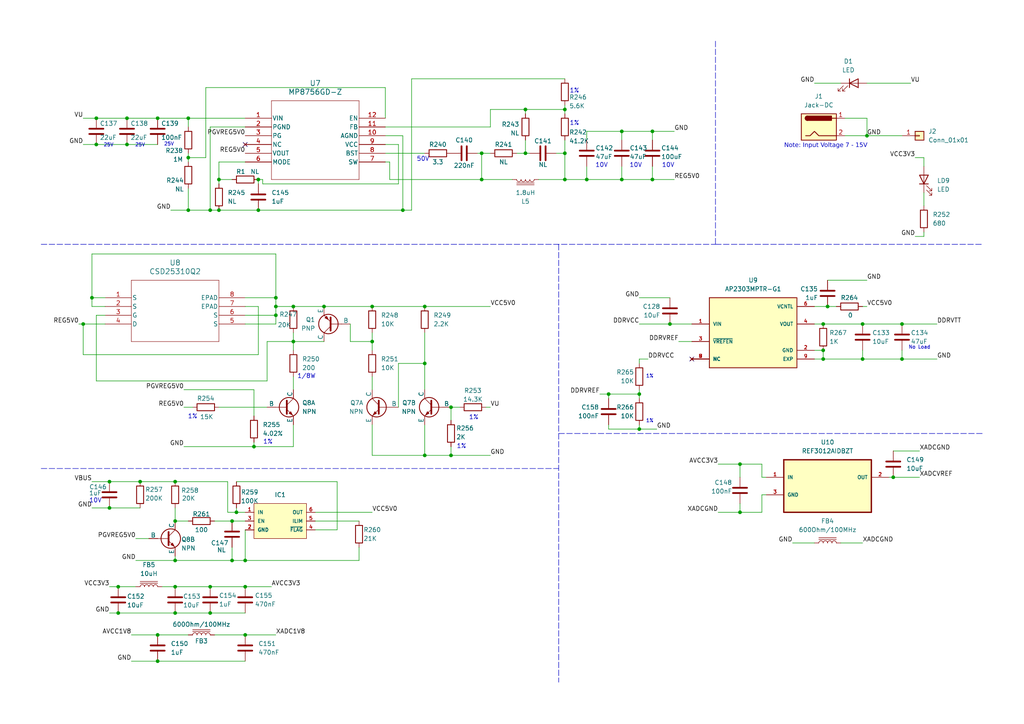
<source format=kicad_sch>
(kicad_sch (version 20231120) (generator "eeschema") (generator_version "8.0")
  (paper "A4")
  (title_block (title "ZYMA_ADC_FPGA") (date "2024-06-28") (rev "V01") (company "SHAKRA INNOVATIONS PVT LIMITED"))
  (lib_symbols
    (symbol "Connector:Jack-DC" (pin_names (offset 1.016))
      (property "Reference" "J" (at 0 5.334 0))
      (property "Value" "Jack-DC" (at 0 -5.08 0))
      (symbol "Jack-DC_0_1"
        (rectangle (start -5.08 3.81) (end 5.08 -3.81) (stroke (width 0.254)) (fill (type background)))
        (arc (start -3.302 3.175) (mid -3.9343 2.54) (end -3.302 1.905) (stroke (width 0.254)))
        (arc (start -3.302 3.175) (mid -3.9343 2.54) (end -3.302 1.905) (stroke (width 0.254)) (fill (type outline)))
        (polyline (pts (xy 5.08 2.54) (xy 3.81 2.54)) (stroke (width 0.254)))
        (polyline (pts (xy -3.81 -2.54) (xy -2.54 -2.54) (xy -1.27 -1.27) (xy 0 -2.54) (xy 2.54 -2.54) (xy 5.08 -2.54)) (stroke (width 0.254)))
        (rectangle (start 3.683 3.175) (end -3.302 1.905) (stroke (width 0.254)) (fill (type outline)))
      )
      (symbol "Jack-DC_1_1"
        (pin passive line (at 7.62 2.54 180) (length 2.54) (name "~") (number "1"))
        (pin passive line (at 7.62 -2.54 180) (length 2.54) (name "~") (number "2"))
      )
    )
    (symbol "Connector_Generic:Conn_01x01" (pin_names (offset 1.016) hide)
      (property "Reference" "J" (at 0 2.54 0))
      (property "Value" "Conn_01x01" (at 0 -2.54 0))
      (symbol "Conn_01x01_1_1"
        (rectangle (start -1.27 0.127) (end 0 -0.127) (stroke (width 0.1524)))
        (rectangle (start -1.27 1.27) (end 1.27 -1.27) (stroke (width 0.254)) (fill (type background)))
        (pin passive line (at -5.08 0 0) (length 3.81) (name "Pin_1") (number "1"))
      )
    )
    (symbol "Device:C" (pin_numbers hide) (pin_names (offset 0.254))
      (property "Reference" "C" (at 0.635 2.54 0))
      (property "Value" "C" (at 0.635 -2.54 0))
      (symbol "C_0_1"
        (polyline (pts (xy -2.032 -0.762) (xy 2.032 -0.762)) (stroke (width 0.508)))
        (polyline (pts (xy -2.032 0.762) (xy 2.032 0.762)) (stroke (width 0.508)))
      )
      (symbol "C_1_1"
        (pin passive line (at 0 3.81 270) (length 2.794) (name "~") (number "1"))
        (pin passive line (at 0 -3.81 90) (length 2.794) (name "~") (number "2"))
      )
    )
    (symbol "Device:LED" (pin_numbers hide) (pin_names (offset 1.016) hide)
      (property "Reference" "D" (at 0 2.54 0))
      (property "Value" "LED" (at 0 -2.54 0))
      (symbol "LED_0_1"
        (polyline (pts (xy -1.27 -1.27) (xy -1.27 1.27)) (stroke (width 0.254)))
        (polyline (pts (xy -1.27 0) (xy 1.27 0)))
        (polyline (pts (xy 1.27 -1.27) (xy 1.27 1.27) (xy -1.27 0) (xy 1.27 -1.27)) (stroke (width 0.254)))
        (polyline (pts (xy -3.048 -0.762) (xy -4.572 -2.286) (xy -3.81 -2.286) (xy -4.572 -2.286) (xy -4.572 -1.524)))
        (polyline (pts (xy -1.778 -0.762) (xy -3.302 -2.286) (xy -2.54 -2.286) (xy -3.302 -2.286) (xy -3.302 -1.524)))
      )
      (symbol "LED_1_1"
        (pin passive line (at -3.81 0 0) (length 2.54) (name "K") (number "1"))
        (pin passive line (at 3.81 0 180) (length 2.54) (name "A") (number "2"))
      )
    )
    (symbol "Device:L_Iron" (pin_numbers hide) (pin_names (offset 1.016) hide)
      (property "Reference" "L" (at -1.27 0 90))
      (property "Value" "L_Iron" (at 2.794 0 90))
      (symbol "L_Iron_0_1"
        (arc (start 0 -2.54) (mid 0.6323 -1.905) (end 0 -1.27))
        (arc (start 0 -1.27) (mid 0.6323 -0.635) (end 0 0))
        (polyline (pts (xy 1.016 2.54) (xy 1.016 -2.54)))
        (polyline (pts (xy 1.524 -2.54) (xy 1.524 2.54)))
        (arc (start 0 0) (mid 0.6323 0.635) (end 0 1.27))
        (arc (start 0 1.27) (mid 0.6323 1.905) (end 0 2.54))
      )
      (symbol "L_Iron_1_1"
        (pin passive line (at 0 3.81 270) (length 1.27) (name "1") (number "1"))
        (pin passive line (at 0 -3.81 90) (length 1.27) (name "2") (number "2"))
      )
    )
    (symbol "Device:R" (pin_numbers hide) (pin_names (offset 0))
      (property "Reference" "R" (at 2.032 0 90))
      (property "Value" "R" (at 0 0 90))
      (symbol "R_0_1"
        (rectangle (start -1.016 -2.54) (end 1.016 2.54) (stroke (width 0.254)))
      )
      (symbol "R_1_1"
        (pin passive line (at 0 3.81 270) (length 1.27) (name "~") (number "1"))
        (pin passive line (at 0 -3.81 90) (length 1.27) (name "~") (number "2"))
      )
    )
    (symbol "New_Library:AP2303MPTR-G1" (pin_names (offset 1.016))
      (property "Reference" "U" (at -12.7 12.7 0))
      (property "Value" "AP2303MPTR-G1" (at -12.7 -12.7 0))
      (symbol "AP2303MPTR-G1_0_0"
        (rectangle (start -12.7 -10.16) (end 12.7 10.16) (stroke (width 0.254)) (fill (type background)))
        (pin input line (at -17.78 2.54 0) (length 5.08) (name "VIN") (number "1"))
        (pin power_in line (at 17.78 -5.08 180) (length 5.08) (name "GND") (number "2"))
        (pin input line (at -17.78 -2.54 0) (length 5.08) (name "~{VREFEN}") (number "3"))
        (pin output line (at 17.78 2.54 180) (length 5.08) (name "VOUT") (number "4"))
        (pin no_connect line (at -17.78 -7.62 0) (length 5.08) (name "NC") (number "5"))
        (pin power_in line (at 17.78 7.62 180) (length 5.08) (name "VCNTL") (number "6"))
        (pin no_connect line (at -17.78 -7.62 0) (length 5.08) (name "NC") (number "7"))
        (pin no_connect line (at -17.78 -7.62 0) (length 5.08) (name "NC") (number "8"))
        (pin power_in line (at 17.78 -7.62 180) (length 5.08) (name "EXP") (number "9"))
      )
    )
    (symbol "New_Library:CSD25310Q2" (pin_names (offset 0.254))
      (property "Reference" "U" (at 20.32 10.16 0))
      (property "Value" "CSD25310Q2" (at 20.32 7.62 0))
      (symbol "CSD25310Q2_0_1"
        (polyline (pts (xy 7.62 -12.7) (xy 33.02 -12.7)) (stroke (width 0.127)))
        (polyline (pts (xy 7.62 5.08) (xy 7.62 -12.7)) (stroke (width 0.127)))
        (polyline (pts (xy 33.02 -12.7) (xy 33.02 5.08)) (stroke (width 0.127)))
        (polyline (pts (xy 33.02 5.08) (xy 7.62 5.08)) (stroke (width 0.127)))
        (pin unspecified line (at 0 0 0) (length 7.62) (name "S") (number "1"))
        (pin unspecified line (at 0 -2.54 0) (length 7.62) (name "S") (number "2"))
        (pin unspecified line (at 0 -5.08 0) (length 7.62) (name "G") (number "3"))
        (pin unspecified line (at 0 -7.62 0) (length 7.62) (name "D") (number "4"))
        (pin unspecified line (at 40.64 -7.62 180) (length 7.62) (name "S") (number "5"))
        (pin unspecified line (at 40.64 -5.08 180) (length 7.62) (name "S") (number "6"))
        (pin unspecified line (at 40.64 -2.54 180) (length 7.62) (name "EPAD") (number "7"))
        (pin unspecified line (at 40.64 0 180) (length 7.62) (name "EPAD") (number "8"))
      )
    )
    (symbol "New_Library:MP8756GD-Z" (pin_names (offset 0.254))
      (property "Reference" "U" (at 20.32 10.16 0))
      (property "Value" "MP8756GD-Z" (at 20.32 7.62 0))
      (symbol "MP8756GD-Z_0_1"
        (polyline (pts (xy 7.62 -17.78) (xy 33.02 -17.78)) (stroke (width 0.127)))
        (polyline (pts (xy 7.62 5.08) (xy 7.62 -17.78)) (stroke (width 0.127)))
        (polyline (pts (xy 33.02 -17.78) (xy 33.02 5.08)) (stroke (width 0.127)))
        (polyline (pts (xy 33.02 5.08) (xy 7.62 5.08)) (stroke (width 0.127)))
        (pin power_in line (at 0 0 0) (length 7.62) (name "VIN") (number "1"))
        (pin power_in line (at 40.64 -5.08 180) (length 7.62) (name "AGND") (number "10"))
        (pin unspecified line (at 40.64 -2.54 180) (length 7.62) (name "FB") (number "11"))
        (pin input line (at 40.64 0 180) (length 7.62) (name "EN") (number "12"))
        (pin power_in line (at 0 -2.54 0) (length 7.62) (name "PGND") (number "2"))
        (pin output line (at 0 -5.08 0) (length 7.62) (name "PG") (number "3"))
        (pin no_connect line (at 0 -7.62 0) (length 7.62) (name "NC") (number "4"))
        (pin power_in line (at 0 -10.16 0) (length 7.62) (name "VOUT") (number "5"))
        (pin unspecified line (at 0 -12.7 0) (length 7.62) (name "MODE") (number "6"))
        (pin output line (at 40.64 -12.7 180) (length 7.62) (name "SW") (number "7"))
        (pin power_in line (at 40.64 -10.16 180) (length 7.62) (name "BST") (number "8"))
        (pin power_in line (at 40.64 -7.62 180) (length 7.62) (name "VCC") (number "9"))
      )
    )
    (symbol "New_Library:NCP380HMUAJAATBG" (pin_names (offset 1.016))
      (property "Reference" "IC" (at 0 0 0))
      (symbol "NCP380HMUAJAATBG_0_0"
        (rectangle (start -7.62 -5.08) (end 7.62 5.08) (stroke (width 0.1524)) (fill (type background)))
        (pin bidirectional line (at -10.16 2.54 0) (length 2.54) (name "IN") (number "1"))
        (pin bidirectional line (at -10.16 -2.54 0) (length 2.54) (name "GND") (number "2"))
        (pin bidirectional line (at -10.16 0 0) (length 2.54) (name "EN") (number "3"))
        (pin bidirectional line (at 10.16 -2.54 180) (length 2.54) (name "~{FLAG}") (number "4"))
        (pin bidirectional line (at 10.16 0 180) (length 2.54) (name "ILIM") (number "5"))
        (pin bidirectional line (at 10.16 2.54 180) (length 2.54) (name "OUT") (number "6"))
        (pin bidirectional line (at -10.16 -2.54 0) (length 2.54) (name "GND") (number "7"))
      )
    )
    (symbol "New_Library:REF3012AIDBZT" (pin_names (offset 1.016))
      (property "Reference" "U" (at -5.3597 9.1192 0))
      (property "Value" "REF3012AIDBZT" (at -4.5027 -14.1186 0))
      (symbol "REF3012AIDBZT_0_0"
        (rectangle (start -12.7 -10.16) (end 12.7 5.08) (stroke (width 0.4064)) (fill (type background)))
        (pin power_in line (at -17.78 0 0) (length 5.08) (name "IN") (number "1"))
        (pin output line (at 17.78 0 180) (length 5.08) (name "OUT") (number "2"))
        (pin passive line (at -17.78 -5.08 0) (length 5.08) (name "GND") (number "3"))
      )
    )
    (symbol "Simulation_SPICE:NPN" (pin_numbers hide) (pin_names (offset 0))
      (property "Reference" "Q" (at -2.54 7.62 0))
      (property "Value" "NPN" (at -2.54 5.08 0))
      (symbol "NPN_0_1"
        (polyline (pts (xy -2.54 0) (xy 0.635 0)) (stroke (width 0.1524)))
        (polyline (pts (xy 0.635 0.635) (xy 2.54 2.54)))
        (polyline (pts (xy 2.794 -1.27) (xy 2.794 -1.27)) (stroke (width 0.1524)))
        (polyline (pts (xy 2.794 -1.27) (xy 2.794 -1.27)) (stroke (width 0.1524)))
        (polyline (pts (xy 0.635 -0.635) (xy 2.54 -2.54) (xy 2.54 -2.54)))
        (polyline (pts (xy 0.635 1.905) (xy 0.635 -1.905) (xy 0.635 -1.905)) (stroke (width 0.508)))
        (polyline (pts (xy 1.27 -1.778) (xy 1.778 -1.27) (xy 2.286 -2.286) (xy 1.27 -1.778) (xy 1.27 -1.778)) (fill (type outline)))
        (circle (center 1.27 0) (radius 2.8194) (stroke (width 0.254)))
      )
      (symbol "NPN_1_1"
        (pin open_collector line (at 2.54 5.08 270) (length 2.54) (name "C") (number "1"))
        (pin input line (at -5.08 0 0) (length 2.54) (name "B") (number "2"))
        (pin open_emitter line (at 2.54 -5.08 90) (length 2.54) (name "E") (number "3"))
      )
    )
    (symbol "Simulation_SPICE:PNP" (pin_numbers hide) (pin_names (offset 0))
      (property "Reference" "Q" (at -2.54 7.62 0))
      (property "Value" "PNP" (at -2.54 5.08 0))
      (symbol "PNP_0_1"
        (polyline (pts (xy -2.54 0) (xy 0.635 0)) (stroke (width 0.1524)))
        (polyline (pts (xy 0.635 0.635) (xy 2.54 2.54)))
        (polyline (pts (xy 0.635 -0.635) (xy 2.54 -2.54) (xy 2.54 -2.54)))
        (polyline (pts (xy 0.635 1.905) (xy 0.635 -1.905) (xy 0.635 -1.905)) (stroke (width 0.508)))
        (polyline (pts (xy 2.286 -1.778) (xy 1.778 -2.286) (xy 1.27 -1.27) (xy 2.286 -1.778) (xy 2.286 -1.778)) (fill (type outline)))
        (circle (center 1.27 0) (radius 2.8194) (stroke (width 0.254)))
      )
      (symbol "PNP_1_1"
        (pin open_collector line (at 2.54 5.08 270) (length 2.54) (name "C") (number "1"))
        (pin input line (at -5.08 0 0) (length 2.54) (name "B") (number "2"))
        (pin open_emitter line (at 2.54 -5.08 90) (length 2.54) (name "E") (number "3"))
      )
    )
  )
  (junction (at 152.4 44.45))
  (junction (at 261.62 104.14))
  (junction (at 214.63 148.59))
  (junction (at 194.31 93.98))
  (junction (at 50.8 139.7))
  (junction (at 31.75 147.32))
  (junction (at 36.83 34.29))
  (junction (at 250.19 104.14))
  (junction (at 238.76 101.6))
  (junction (at 71.12 170.18))
  (junction (at 123.19 105.41))
  (junction (at 71.12 162.56))
  (junction (at 45.72 191.77))
  (junction (at 54.61 45.72))
  (junction (at 139.7 44.45))
  (junction (at 60.96 60.96))
  (junction (at 67.31 162.56))
  (junction (at 34.29 170.18))
  (junction (at 24.13 93.98))
  (junction (at 60.96 170.18))
  (junction (at 259.08 138.43))
  (junction (at 163.83 44.45))
  (junction (at 73.66 129.54))
  (junction (at 180.34 52.07))
  (junction (at 68.58 148.59))
  (junction (at 71.12 184.15))
  (junction (at 130.81 132.08))
  (junction (at 185.42 124.46))
  (junction (at 27.94 34.29))
  (junction (at 26.67 86.36))
  (junction (at 170.18 52.07))
  (junction (at 50.8 177.8))
  (junction (at 250.19 93.98))
  (junction (at 85.09 88.9))
  (junction (at 189.23 38.1))
  (junction (at 80.01 86.36))
  (junction (at 261.62 93.98))
  (junction (at 80.01 88.9))
  (junction (at 185.42 114.3))
  (junction (at 31.75 139.7))
  (junction (at 45.72 34.29))
  (junction (at 163.83 52.07))
  (junction (at 63.5 60.96))
  (junction (at 40.64 139.7))
  (junction (at 180.34 38.1))
  (junction (at 60.96 177.8))
  (junction (at 34.29 177.8))
  (junction (at 63.5 52.07))
  (junction (at 50.8 151.13))
  (junction (at 107.95 88.9))
  (junction (at 67.31 151.13))
  (junction (at 50.8 170.18))
  (junction (at 74.93 52.07))
  (junction (at 54.61 34.29))
  (junction (at 107.95 99.06))
  (junction (at 238.76 93.98))
  (junction (at 54.61 60.96))
  (junction (at 251.46 39.37))
  (junction (at 240.03 88.9))
  (junction (at 74.93 60.96))
  (junction (at 130.81 118.11))
  (junction (at 123.19 132.08))
  (junction (at 123.19 88.9))
  (junction (at 50.8 162.56))
  (junction (at 80.01 91.44))
  (junction (at 45.72 184.15))
  (junction (at 85.09 99.06))
  (junction (at 176.53 114.3))
  (junction (at 163.83 31.75))
  (junction (at 189.23 52.07))
  (junction (at 152.4 31.75))
  (junction (at 214.63 134.62))
  (junction (at 139.7 52.07))
  (junction (at 116.84 60.96))
  (junction (at 238.76 104.14))
  (junction (at 36.83 41.91))
  (junction (at 27.94 41.91))
  (junction (at 93.98 88.9))
  (no_connect (at 200.66 104.14))
  (no_connect (at 71.12 41.91))
  (polyline (pts (xy 162.052 70.866) (xy 162.052 197.866)) (stroke (width 0) (type dash)))
  (wire (pts (xy 266.7 138.43) (xy 259.08 138.43)))
  (wire (pts (xy 63.5 53.34) (xy 63.5 52.07)))
  (wire (pts (xy 267.97 45.72) (xy 267.97 48.26)))
  (wire (pts (xy 60.96 170.18) (xy 71.12 170.18)))
  (wire (pts (xy 189.23 38.1) (xy 195.58 38.1)))
  (wire (pts (xy 195.58 52.07) (xy 189.23 52.07)))
  (wire (pts (xy 71.12 162.56) (xy 104.14 162.56)))
  (wire (pts (xy 116.84 60.96) (xy 74.93 60.96)))
  (wire (pts (xy 163.83 52.07) (xy 156.21 52.07)))
  (wire (pts (xy 31.75 147.32) (xy 40.64 147.32)))
  (wire (pts (xy 50.8 139.7) (xy 66.04 139.7)))
  (polyline (pts (xy 11.938 70.866) (xy 207.518 70.866)) (stroke (width 0) (type dash)))
  (wire (pts (xy 54.61 36.83) (xy 54.61 34.29)))
  (wire (pts (xy 250.19 104.14) (xy 261.62 104.14)))
  (wire (pts (xy 107.95 101.6) (xy 107.95 99.06)))
  (wire (pts (xy 111.76 44.45) (xy 123.19 44.45)))
  (wire (pts (xy 74.93 88.9) (xy 74.93 102.87)))
  (wire (pts (xy 238.76 101.6) (xy 236.22 101.6)))
  (wire (pts (xy 196.85 99.06) (xy 200.66 99.06)))
  (wire (pts (xy 111.76 34.29) (xy 111.76 25.4)))
  (wire (pts (xy 24.13 41.91) (xy 27.94 41.91)))
  (wire (pts (xy 142.24 36.83) (xy 142.24 31.75)))
  (wire (pts (xy 250.19 101.6) (xy 250.19 104.14)))
  (wire (pts (xy 85.09 88.9) (xy 93.98 88.9)))
  (wire (pts (xy 85.09 99.06) (xy 85.09 101.6)))
  (wire (pts (xy 24.13 102.87) (xy 24.13 93.98)))
  (wire (pts (xy 76.2 52.07) (xy 74.93 52.07)))
  (wire (pts (xy 163.83 40.64) (xy 163.83 44.45)))
  (wire (pts (xy 93.98 88.9) (xy 107.95 88.9)))
  (wire (pts (xy 163.83 44.45) (xy 161.29 44.45)))
  (wire (pts (xy 80.01 86.36) (xy 80.01 73.66)))
  (wire (pts (xy 190.5 124.46) (xy 185.42 124.46)))
  (wire (pts (xy 139.7 44.45) (xy 138.43 44.45)))
  (wire (pts (xy 107.95 132.08) (xy 123.19 132.08)))
  (wire (pts (xy 26.67 147.32) (xy 31.75 147.32)))
  (wire (pts (xy 39.37 162.56) (xy 50.8 162.56)))
  (wire (pts (xy 34.29 170.18) (xy 39.37 170.18)))
  (wire (pts (xy 67.31 151.13) (xy 71.12 151.13)))
  (wire (pts (xy 101.6 99.06) (xy 107.95 99.06)))
  (polyline (pts (xy 161.798 70.866) (xy 162.052 70.866)) (stroke (width 0) (type dash)))
  (wire (pts (xy 123.19 105.41) (xy 123.19 113.03)))
  (wire (pts (xy 60.96 177.8) (xy 71.12 177.8)))
  (wire (pts (xy 63.5 60.96) (xy 74.93 60.96)))
  (wire (pts (xy 250.19 157.48) (xy 243.84 157.48)))
  (wire (pts (xy 238.76 93.98) (xy 250.19 93.98)))
  (wire (pts (xy 115.57 105.41) (xy 115.57 118.11)))
  (wire (pts (xy 187.96 104.14) (xy 185.42 104.14)))
  (wire (pts (xy 54.61 34.29) (xy 71.12 34.29)))
  (wire (pts (xy 261.62 93.98) (xy 271.78 93.98)))
  (wire (pts (xy 31.75 177.8) (xy 34.29 177.8)))
  (wire (pts (xy 185.42 114.3) (xy 185.42 113.03)))
  (polyline (pts (xy 162.052 125.73) (xy 284.988 125.73)) (stroke (width 0) (type dash)))
  (wire (pts (xy 208.28 134.62) (xy 214.63 134.62)))
  (wire (pts (xy 53.34 118.11) (xy 55.88 118.11)))
  (wire (pts (xy 80.01 91.44) (xy 80.01 88.9)))
  (wire (pts (xy 26.67 73.66) (xy 26.67 86.36)))
  (wire (pts (xy 170.18 38.1) (xy 180.34 38.1)))
  (wire (pts (xy 50.8 162.56) (xy 50.8 161.29)))
  (wire (pts (xy 180.34 38.1) (xy 180.34 40.64)))
  (wire (pts (xy 80.01 93.98) (xy 80.01 91.44)))
  (wire (pts (xy 107.95 123.19) (xy 107.95 132.08)))
  (wire (pts (xy 245.11 39.37) (xy 251.46 39.37)))
  (wire (pts (xy 113.03 52.07) (xy 139.7 52.07)))
  (wire (pts (xy 66.04 148.59) (xy 66.04 139.7)))
  (wire (pts (xy 67.31 52.07) (xy 63.5 52.07)))
  (wire (pts (xy 104.14 162.56) (xy 104.14 158.75)))
  (wire (pts (xy 77.47 99.06) (xy 77.47 110.49)))
  (wire (pts (xy 73.66 120.65) (xy 73.66 113.03)))
  (wire (pts (xy 185.42 124.46) (xy 176.53 124.46)))
  (wire (pts (xy 123.19 96.52) (xy 123.19 105.41)))
  (wire (pts (xy 123.19 132.08) (xy 130.81 132.08)))
  (wire (pts (xy 68.58 147.32) (xy 68.58 148.59)))
  (wire (pts (xy 71.12 91.44) (xy 80.01 91.44)))
  (wire (pts (xy 220.98 134.62) (xy 220.98 138.43)))
  (wire (pts (xy 80.01 73.66) (xy 26.67 73.66)))
  (wire (pts (xy 107.95 99.06) (xy 107.95 96.52)))
  (wire (pts (xy 113.03 46.99) (xy 111.76 46.99)))
  (wire (pts (xy 30.48 91.44) (xy 27.94 91.44)))
  (wire (pts (xy 50.8 147.32) (xy 50.8 151.13)))
  (wire (pts (xy 130.81 129.54) (xy 130.81 132.08)))
  (wire (pts (xy 111.76 36.83) (xy 142.24 36.83)))
  (wire (pts (xy 80.01 88.9) (xy 80.01 86.36)))
  (wire (pts (xy 214.63 138.43) (xy 214.63 134.62)))
  (wire (pts (xy 152.4 40.64) (xy 152.4 44.45)))
  (wire (pts (xy 180.34 48.26) (xy 180.34 52.07)))
  (wire (pts (xy 236.22 24.13) (xy 243.84 24.13)))
  (wire (pts (xy 97.79 139.7) (xy 68.58 139.7)))
  (wire (pts (xy 185.42 93.98) (xy 194.31 93.98)))
  (wire (pts (xy 139.7 52.07) (xy 139.7 44.45)))
  (wire (pts (xy 123.19 105.41) (xy 115.57 105.41)))
  (wire (pts (xy 74.93 102.87) (xy 24.13 102.87)))
  (wire (pts (xy 91.44 153.67) (xy 97.79 153.67)))
  (wire (pts (xy 264.16 24.13) (xy 251.46 24.13)))
  (wire (pts (xy 54.61 151.13) (xy 50.8 151.13)))
  (wire (pts (xy 34.29 177.8) (xy 50.8 177.8)))
  (wire (pts (xy 27.94 34.29) (xy 36.83 34.29)))
  (wire (pts (xy 50.8 177.8) (xy 60.96 177.8)))
  (wire (pts (xy 142.24 31.75) (xy 152.4 31.75)))
  (wire (pts (xy 85.09 129.54) (xy 85.09 123.19)))
  (wire (pts (xy 180.34 52.07) (xy 189.23 52.07)))
  (wire (pts (xy 130.81 132.08) (xy 142.24 132.08)))
  (wire (pts (xy 251.46 34.29) (xy 251.46 39.37)))
  (wire (pts (xy 111.76 25.4) (xy 59.69 25.4)))
  (wire (pts (xy 73.66 129.54) (xy 73.66 128.27)))
  (wire (pts (xy 266.7 130.81) (xy 259.08 130.81)))
  (wire (pts (xy 170.18 52.07) (xy 180.34 52.07)))
  (wire (pts (xy 185.42 123.19) (xy 185.42 124.46)))
  (wire (pts (xy 45.72 34.29) (xy 54.61 34.29)))
  (wire (pts (xy 54.61 45.72) (xy 54.61 44.45)))
  (wire (pts (xy 220.98 143.51) (xy 220.98 148.59)))
  (wire (pts (xy 214.63 134.62) (xy 220.98 134.62)))
  (wire (pts (xy 71.12 86.36) (xy 80.01 86.36)))
  (wire (pts (xy 36.83 41.91) (xy 45.72 41.91)))
  (wire (pts (xy 59.69 25.4) (xy 59.69 45.72)))
  (wire (pts (xy 27.94 41.91) (xy 36.83 41.91)))
  (wire (pts (xy 220.98 143.51) (xy 222.25 143.51)))
  (wire (pts (xy 238.76 101.6) (xy 238.76 104.14)))
  (wire (pts (xy 185.42 104.14) (xy 185.42 105.41)))
  (wire (pts (xy 180.34 38.1) (xy 189.23 38.1)))
  (wire (pts (xy 250.19 93.98) (xy 261.62 93.98)))
  (wire (pts (xy 45.72 191.77) (xy 71.12 191.77)))
  (wire (pts (xy 251.46 81.28) (xy 240.03 81.28)))
  (wire (pts (xy 130.81 121.92) (xy 130.81 118.11)))
  (wire (pts (xy 24.13 34.29) (xy 27.94 34.29)))
  (wire (pts (xy 116.84 60.96) (xy 119.38 60.96)))
  (wire (pts (xy 54.61 54.61) (xy 54.61 60.96)))
  (wire (pts (xy 142.24 118.11) (xy 140.97 118.11)))
  (wire (pts (xy 45.72 184.15) (xy 54.61 184.15)))
  (wire (pts (xy 242.57 88.9) (xy 240.03 88.9)))
  (wire (pts (xy 189.23 52.07) (xy 189.23 48.26)))
  (wire (pts (xy 250.19 88.9) (xy 251.46 88.9)))
  (wire (pts (xy 26.67 139.7) (xy 31.75 139.7)))
  (wire (pts (xy 68.58 148.59) (xy 66.04 148.59)))
  (wire (pts (xy 76.2 53.34) (xy 76.2 52.07)))
  (wire (pts (xy 229.87 157.48) (xy 236.22 157.48)))
  (wire (pts (xy 163.83 44.45) (xy 163.83 52.07)))
  (wire (pts (xy 78.74 170.18) (xy 71.12 170.18)))
  (wire (pts (xy 26.67 88.9) (xy 26.67 86.36)))
  (wire (pts (xy 71.12 36.83) (xy 60.96 36.83)))
  (wire (pts (xy 71.12 148.59) (xy 68.58 148.59)))
  (wire (pts (xy 194.31 93.98) (xy 200.66 93.98)))
  (wire (pts (xy 73.66 129.54) (xy 85.09 129.54)))
  (wire (pts (xy 163.83 52.07) (xy 170.18 52.07)))
  (wire (pts (xy 60.96 36.83) (xy 60.96 60.96)))
  (wire (pts (xy 62.23 151.13) (xy 67.31 151.13)))
  (wire (pts (xy 115.57 53.34) (xy 76.2 53.34)))
  (wire (pts (xy 62.23 184.15) (xy 71.12 184.15)))
  (wire (pts (xy 71.12 88.9) (xy 74.93 88.9)))
  (wire (pts (xy 91.44 151.13) (xy 104.14 151.13)))
  (wire (pts (xy 153.67 44.45) (xy 152.4 44.45)))
  (wire (pts (xy 38.1 191.77) (xy 45.72 191.77)))
  (wire (pts (xy 107.95 88.9) (xy 123.19 88.9)))
  (wire (pts (xy 85.09 113.03) (xy 85.09 109.22)))
  (wire (pts (xy 53.34 113.03) (xy 73.66 113.03)))
  (wire (pts (xy 245.11 34.29) (xy 251.46 34.29)))
  (wire (pts (xy 67.31 162.56) (xy 71.12 162.56)))
  (wire (pts (xy 176.53 124.46) (xy 176.53 123.19)))
  (wire (pts (xy 265.43 45.72) (xy 267.97 45.72)))
  (wire (pts (xy 22.86 93.98) (xy 24.13 93.98)))
  (wire (pts (xy 50.8 170.18) (xy 46.99 170.18)))
  (wire (pts (xy 50.8 162.56) (xy 67.31 162.56)))
  (wire (pts (xy 176.53 114.3) (xy 173.99 114.3)))
  (wire (pts (xy 85.09 96.52) (xy 85.09 99.06)))
  (wire (pts (xy 259.08 138.43) (xy 257.81 138.43)))
  (wire (pts (xy 251.46 39.37) (xy 261.62 39.37)))
  (wire (pts (xy 119.38 60.96) (xy 119.38 22.86)))
  (wire (pts (xy 133.35 118.11) (xy 130.81 118.11)))
  (wire (pts (xy 53.34 129.54) (xy 73.66 129.54)))
  (wire (pts (xy 238.76 104.14) (xy 250.19 104.14)))
  (wire (pts (xy 152.4 33.02) (xy 152.4 31.75)))
  (wire (pts (xy 27.94 91.44) (xy 27.94 110.49)))
  (wire (pts (xy 214.63 148.59) (xy 220.98 148.59)))
  (polyline (pts (xy 11.938 135.89) (xy 162.052 135.89)) (stroke (width 0) (type dash)))
  (wire (pts (xy 220.98 138.43) (xy 222.25 138.43)))
  (wire (pts (xy 163.83 30.48) (xy 163.83 31.75)))
  (wire (pts (xy 101.6 93.98) (xy 101.6 99.06)))
  (wire (pts (xy 107.95 148.59) (xy 91.44 148.59)))
  (wire (pts (xy 142.24 44.45) (xy 139.7 44.45)))
  (wire (pts (xy 63.5 52.07) (xy 63.5 46.99)))
  (wire (pts (xy 261.62 101.6) (xy 261.62 104.14)))
  (wire (pts (xy 107.95 113.03) (xy 107.95 109.22)))
  (wire (pts (xy 24.13 93.98) (xy 30.48 93.98)))
  (wire (pts (xy 40.64 139.7) (xy 50.8 139.7)))
  (wire (pts (xy 185.42 114.3) (xy 176.53 114.3)))
  (wire (pts (xy 26.67 86.36) (xy 30.48 86.36)))
  (wire (pts (xy 265.43 68.58) (xy 267.97 68.58)))
  (wire (pts (xy 49.53 60.96) (xy 54.61 60.96)))
  (wire (pts (xy 208.28 148.59) (xy 214.63 148.59)))
  (wire (pts (xy 170.18 52.07) (xy 170.18 48.26)))
  (wire (pts (xy 111.76 39.37) (xy 116.84 39.37)))
  (wire (pts (xy 163.83 31.75) (xy 152.4 31.75)))
  (wire (pts (xy 31.75 139.7) (xy 40.64 139.7)))
  (wire (pts (xy 170.18 40.64) (xy 170.18 38.1)))
  (wire (pts (xy 111.76 41.91) (xy 115.57 41.91)))
  (wire (pts (xy 236.22 88.9) (xy 240.03 88.9)))
  (wire (pts (xy 93.98 99.06) (xy 85.09 99.06)))
  (wire (pts (xy 30.48 88.9) (xy 26.67 88.9)))
  (wire (pts (xy 80.01 88.9) (xy 85.09 88.9)))
  (wire (pts (xy 54.61 46.99) (xy 54.61 45.72)))
  (wire (pts (xy 185.42 115.57) (xy 185.42 114.3)))
  (wire (pts (xy 38.1 184.15) (xy 45.72 184.15)))
  (wire (pts (xy 115.57 41.91) (xy 115.57 53.34)))
  (wire (pts (xy 116.84 39.37) (xy 116.84 60.96)))
  (wire (pts (xy 236.22 104.14) (xy 238.76 104.14)))
  (wire (pts (xy 27.94 110.49) (xy 77.47 110.49)))
  (wire (pts (xy 238.76 93.98) (xy 236.22 93.98)))
  (wire (pts (xy 152.4 44.45) (xy 149.86 44.45)))
  (wire (pts (xy 50.8 170.18) (xy 60.96 170.18)))
  (wire (pts (xy 163.83 33.02) (xy 163.83 31.75)))
  (polyline (pts (xy 207.518 11.938) (xy 207.518 70.866)) (stroke (width 0) (type dash)))
  (wire (pts (xy 267.97 68.58) (xy 267.97 67.31)))
  (wire (pts (xy 71.12 93.98) (xy 80.01 93.98)))
  (wire (pts (xy 176.53 114.3) (xy 176.53 115.57)))
  (wire (pts (xy 54.61 60.96) (xy 60.96 60.96)))
  (wire (pts (xy 74.93 53.34) (xy 74.93 52.07)))
  (wire (pts (xy 80.01 184.15) (xy 71.12 184.15)))
  (wire (pts (xy 185.42 86.36) (xy 194.31 86.36)))
  (wire (pts (xy 97.79 153.67) (xy 97.79 139.7)))
  (wire (pts (xy 142.24 88.9) (xy 123.19 88.9)))
  (wire (pts (xy 36.83 34.29) (xy 45.72 34.29)))
  (wire (pts (xy 77.47 99.06) (xy 85.09 99.06)))
  (wire (pts (xy 214.63 146.05) (xy 214.63 148.59)))
  (wire (pts (xy 60.96 60.96) (xy 63.5 60.96)))
  (wire (pts (xy 59.69 45.72) (xy 54.61 45.72)))
  (wire (pts (xy 113.03 46.99) (xy 113.03 52.07)))
  (wire (pts (xy 67.31 158.75) (xy 67.31 162.56)))
  (wire (pts (xy 261.62 104.14) (xy 271.78 104.14)))
  (wire (pts (xy 63.5 118.11) (xy 77.47 118.11)))
  (wire (pts (xy 39.37 156.21) (xy 43.18 156.21)))
  (wire (pts (xy 189.23 38.1) (xy 189.23 40.64)))
  (wire (pts (xy 123.19 123.19) (xy 123.19 132.08)))
  (wire (pts (xy 148.59 52.07) (xy 139.7 52.07)))
  (wire (pts (xy 31.75 170.18) (xy 34.29 170.18)))
  (wire (pts (xy 119.38 22.86) (xy 163.83 22.86)))
  (wire (pts (xy 63.5 46.99) (xy 71.12 46.99)))
  (polyline (pts (xy 207.518 70.866) (xy 284.988 70.866)) (stroke (width 0) (type dash)))
  (wire (pts (xy 71.12 153.67) (xy 71.12 162.56)))
  (wire (pts (xy 267.97 59.69) (xy 267.97 55.88)))
  (text "25V" (at 49.022 41.91 0) (effects (font (size 1 1))))
  (text "1%" (at 55.88 120.904 0) (effects (font (size 1.27 1.27))))
  (text "10V" (at 27.686 145.288 0) (effects (font (size 1.27 1.27))))
  (text "1/8W" (at 88.9 109.22 0) (effects (font (size 1.27 1.27))))
  (text "1%" (at 188.468 109.22 0) (effects (font (size 1 1))))
  (text "10V" (at 174.498 48.006 0) (effects (font (size 1.27 1.27))))
  (text "10V" (at 184.404 48.006 0) (effects (font (size 1.27 1.27))))
  (text "50V" (at 122.682 46.228 0) (effects (font (size 1.27 1.27))))
  (text "10V" (at 193.802 48.006 0) (effects (font (size 1.27 1.27))))
  (text "25V" (at 31.496 42.164 0) (effects (font (size 1 1))))
  (text "1%" (at 133.858 129.54 0) (effects (font (size 1.27 1.27))))
  (text "Note: Input Voltage 7 - 15V" (at 239.522 42.672 0) (effects (font (size 1.27 1.27))))
  (text "1%" (at 166.624 26.416 0) (effects (font (size 1.27 1.27))))
  (text "1%" (at 77.724 128.27 0) (effects (font (size 1.27 1.27))))
  (text "No Load" (at 266.7 100.838 0) (effects (font (size 1 1))))
  (text "1%" (at 188.468 122.174 0) (effects (font (size 1 1))))
  (text "25V" (at 40.64 42.164 0) (effects (font (size 1 1))))
  (text "1%" (at 137.414 121.158 0) (effects (font (size 1.27 1.27))))
  (text "1%" (at 166.624 35.814 0) (effects (font (size 1.27 1.27))))
  (label "GND" (at 38.1 191.77 180))
  (label "XADCGND" (at 250.19 157.48 0))
  (label "GND" (at 24.13 41.91 180))
  (label "GND" (at 251.46 39.37 0))
  (label "VCC5V0" (at 142.24 88.9 0))
  (label "AVCC3V3" (at 78.74 170.18 0))
  (label "VCC3V3" (at 31.75 170.18 180))
  (label "VBUS" (at 26.67 139.7 180))
  (label "DDRVREF" (at 196.85 99.06 180))
  (label "DDRVCC" (at 187.96 104.14 0))
  (label "GND" (at 190.5 124.46 0))
  (label "REG5V0" (at 71.12 44.45 180))
  (label "XADCVREF" (at 266.7 138.43 0))
  (label "GND" (at 229.87 157.48 180))
  (label "REG5V0" (at 53.34 118.11 180))
  (label "VU" (at 142.24 118.11 0))
  (label "VCC5V0" (at 251.46 88.9 0))
  (label "XADC1V8" (at 80.01 184.15 0))
  (label "VCC3V3" (at 265.43 45.72 180))
  (label "GND" (at 195.58 38.1 0))
  (label "GND" (at 39.37 162.56 180))
  (label "GND" (at 271.78 104.14 0))
  (label "DDRVCC" (at 185.42 93.98 180))
  (label "GND" (at 185.42 86.36 180))
  (label "GND" (at 53.34 129.54 180))
  (label "GND" (at 236.22 24.13 180))
  (label "XADCGND" (at 208.28 148.59 180))
  (label "VCC5V0" (at 107.95 148.59 0))
  (label "DDRVTT" (at 271.78 93.98 0))
  (label "GND" (at 265.43 68.58 180))
  (label "GND" (at 142.24 132.08 0))
  (label "DDRVREF" (at 173.99 114.3 180))
  (label "REG5V0" (at 195.58 52.07 0))
  (label "XADCGND" (at 266.7 130.81 0))
  (label "VU" (at 264.16 24.13 0))
  (label "PGVREG5V0" (at 71.12 39.37 180))
  (label "VU" (at 24.13 34.29 180))
  (label "AVCC3V3" (at 208.28 134.62 180))
  (label "GND" (at 251.46 81.28 0))
  (label "PGVREG5V0" (at 39.37 156.21 180))
  (label "PGVREG5V0" (at 53.34 113.03 180))
  (label "GND" (at 31.75 177.8 180))
  (label "REG5V0" (at 22.86 93.98 180))
  (label "AVCC1V8" (at 38.1 184.15 180))
  (label "GND" (at 49.53 60.96 180))
  (label "GND" (at 26.67 147.32 180))
  (symbol (lib_id "Device:C") (at 214.63 142.24 0) (mirror y) (unit 1)
    (property "Reference" "C148" (at 212.344 139.954 0) (effects (justify left)))
    (property "Value" "100nF" (at 212.344 142.494 0) (effects (justify left)))
    (property "Description" "Unpolarized capacitor" (effects (hide yes)))
  )
  (symbol (lib_id "Device:L_Iron") (at 152.4 52.07 90) (mirror x) (unit 1)
    (property "Reference" "L5" (at 152.4 58.42 90))
    (property "Value" "1.8uH" (at 152.4 55.88 90))
    (property "Description" "Inductor with iron core" (effects (hide yes)))
  )
  (symbol (lib_id "Simulation_SPICE:NPN") (at 48.26 156.21 0) (unit 1)
    (property "Reference" "Q8B" (at 52.578 156.464 0) (effects (justify left)))
    (property "Value" "NPN" (at 52.578 159.004 0) (effects (justify left)))
    (property "Datasheet" "https://ngspice.sourceforge.io/docs/ngspice-html-manual/manual.xhtml#cha_BJTs" (effects (hide yes)))
    (property "Description" "Bipolar transistor symbol for simulation only, substrate tied to the emitter" (effects (hide yes)))
    (property "Sim.Device" "NPN" (effects (hide yes)))
    (property "Sim.Type" "GUMMELPOON" (effects (hide yes)))
    (property "Sim.Pins" "1=C 2=B 3=E" (effects (hide yes)))
  )
  (symbol (lib_id "Device:R") (at 152.4 36.83 0) (unit 1)
    (property "Reference" "R243" (at 150.622 36.068 0) (effects (justify right)))
    (property "Value" "NL" (at 150.622 38.608 0) (effects (justify right)))
    (property "Description" "Resistor" (effects (hide yes)))
  )
  (symbol (lib_id "New_Library:AP2303MPTR-G1") (at 218.44 96.52 0) (unit 1)
    (property "Reference" "U9" (at 218.44 81.28 0))
    (property "Value" "AP2303MPTR-G1" (at 218.44 83.82 0))
    (property "Footprint" "AP2303MPTR-G1:SOIC127P600X155-9N" (effects (hide yes)))
    (property "MF" "Diodes Inc." (effects (hide yes)))
    (property "MAXIMUM_PACKAGE_HEIGHT" "1.55mm" (effects (hide yes)))
    (property "Package" "SOIC-8 Diodes Inc." (effects (hide yes)))
    (property "Price" "None" (effects (hide yes)))
    (property "Check_prices" "https://www.snapeda.com/parts/AP2303MPTR-G1/Diodes+Inc./view-part/?ref=eda" (effects (hide yes)))
    (property "STANDARD" "Manufacturer Recommendations" (effects (hide yes)))
    (property "PARTREV" "3 - 2" (effects (hide yes)))
    (property "SnapEDA_Link" "https://www.snapeda.com/parts/AP2303MPTR-G1/Diodes+Inc./view-part/?ref=snap" (effects (hide yes)))
    (property "MP" "AP2303MPTR-G1" (effects (hide yes)))
    (property "Description_1" "\nseries Converter, DDR Voltage Regulator IC 1 Output 8-SO-EP\n" (effects (hide yes)))
    (property "Availability" "In Stock" (effects (hide yes)))
    (property "MANUFACTURER" "Diodes" (effects (hide yes)))
  )
  (symbol (lib_id "Device:R") (at 238.76 97.79 0) (unit 1)
    (property "Reference" "R267" (at 240.538 96.52 0) (effects (justify left)))
    (property "Value" "1K" (at 240.538 99.06 0) (effects (justify left)))
    (property "Description" "Resistor" (effects (hide yes)))
  )
  (symbol (lib_id "Device:R") (at 40.64 143.51 0) (unit 1)
    (property "Reference" "R257" (at 47.244 141.986 0) (effects (justify right)))
    (property "Value" "200K" (at 47.244 144.526 0) (effects (justify right)))
    (property "Description" "Resistor" (effects (hide yes)))
  )
  (symbol (lib_id "Device:C") (at 240.03 85.09 0) (mirror y) (unit 1)
    (property "Reference" "C135" (at 237.236 83.82 0) (effects (justify left)))
    (property "Value" "1uF" (at 237.236 86.36 0) (effects (justify left)))
    (property "Description" "Unpolarized capacitor" (effects (hide yes)))
  )
  (symbol (lib_id "Simulation_SPICE:NPN") (at 82.55 118.11 0) (unit 1)
    (property "Reference" "Q8A" (at 87.63 116.8399 0) (effects (justify left)))
    (property "Value" "NPN" (at 87.63 119.3799 0) (effects (justify left)))
    (property "Datasheet" "https://ngspice.sourceforge.io/docs/ngspice-html-manual/manual.xhtml#cha_BJTs" (effects (hide yes)))
    (property "Description" "Bipolar transistor symbol for simulation only, substrate tied to the emitter" (effects (hide yes)))
    (property "Sim.Device" "NPN" (effects (hide yes)))
    (property "Sim.Type" "GUMMELPOON" (effects (hide yes)))
    (property "Sim.Pins" "1=C 2=B 3=E" (effects (hide yes)))
  )
  (symbol (lib_id "Device:LED") (at 267.97 52.07 90) (unit 1)
    (property "Reference" "LD9" (at 271.78 52.3874 90) (effects (justify right)))
    (property "Value" "LED" (at 271.78 54.9274 90) (effects (justify right)))
    (property "Description" "Light emitting diode" (effects (hide yes)))
  )
  (symbol (lib_id "Device:R") (at 85.09 92.71 0) (unit 1)
    (property "Reference" "R247" (at 81.026 91.186 0) (effects (justify left)))
    (property "Value" "20K" (at 80.518 94.234 0) (effects (justify left)))
    (property "Description" "Resistor" (effects (hide yes)))
  )
  (symbol (lib_id "New_Library:MP8756GD-Z") (at 71.12 34.29 0) (unit 1)
    (property "Reference" "U7" (at 91.44 24.13 0) (effects (font (size 1.524 1.524))))
    (property "Value" "MP8756GD-Z" (at 91.44 26.67 0) (effects (font (size 1.524 1.524))))
    (property "Footprint" "QFN-12_MP8756_MNP" (effects (hide yes)))
    (property "Datasheet" "MP8756GD-Z" (effects (hide yes)))
  )
  (symbol (lib_id "Device:R") (at 58.42 151.13 90) (unit 1)
    (property "Reference" "R261" (at 58.42 149.098 90))
    (property "Value" "100" (at 58.42 153.67 90))
    (property "Description" "Resistor" (effects (hide yes)))
  )
  (symbol (lib_id "Device:R") (at 107.95 105.41 0) (unit 1)
    (property "Reference" "R251" (at 110.49 104.1399 0) (effects (justify left)))
    (property "Value" "10K" (at 110.49 106.6799 0) (effects (justify left)))
    (property "Description" "Resistor" (effects (hide yes)))
  )
  (symbol (lib_id "Device:C") (at 74.93 57.15 0) (unit 1)
    (property "Reference" "C145" (at 78.74 55.8799 0) (effects (justify left)))
    (property "Value" "1uF" (at 78.74 58.4199 0) (effects (justify left)))
    (property "Description" "Unpolarized capacitor" (effects (hide yes)))
  )
  (symbol (lib_id "Device:R") (at 127 44.45 90) (unit 1)
    (property "Reference" "R240" (at 127 41.91 90))
    (property "Value" "3.3" (at 127 46.99 90))
    (property "Description" "Resistor" (effects (hide yes)))
  )
  (symbol (lib_id "New_Library:CSD25310Q2") (at 30.48 86.36 0) (unit 1)
    (property "Reference" "U8" (at 50.8 76.2 0) (effects (font (size 1.524 1.524))))
    (property "Value" "CSD25310Q2" (at 50.8 78.74 0) (effects (font (size 1.524 1.524))))
    (property "Footprint" "DQK6" (effects (hide yes)))
    (property "Datasheet" "CSD25310Q2" (effects (hide yes)))
  )
  (symbol (lib_id "Device:R") (at 107.95 92.71 0) (unit 1)
    (property "Reference" "R248" (at 110.49 91.4399 0) (effects (justify left)))
    (property "Value" "10K" (at 110.49 93.9799 0) (effects (justify left)))
    (property "Description" "Resistor" (effects (hide yes)))
  )
  (symbol (lib_id "Device:R") (at 163.83 36.83 0) (mirror y) (unit 1)
    (property "Reference" "R242" (at 165.1 38.354 0) (effects (justify right)))
    (property "Value" "41.2K" (at 165.1 40.894 0) (effects (justify right)))
    (property "Description" "Resistor" (effects (hide yes)))
  )
  (symbol (lib_id "Device:R") (at 185.42 119.38 0) (mirror y) (unit 1)
    (property "Reference" "R266" (at 183.896 118.11 0) (effects (justify left)))
    (property "Value" "10K" (at 183.896 120.65 0) (effects (justify left)))
    (property "Description" "Resistor" (effects (hide yes)))
  )
  (symbol (lib_id "Device:C") (at 134.62 44.45 90) (unit 1)
    (property "Reference" "C140" (at 134.62 40.64 90))
    (property "Value" "220nF" (at 134.62 48.006 90))
    (property "Description" "Unpolarized capacitor" (effects (hide yes)))
  )
  (symbol (lib_id "Device:L_Iron") (at 58.42 184.15 90) (unit 1)
    (property "Reference" "FB3" (at 58.42 185.928 90))
    (property "Value" "600Ohm/100MHz" (at 58.42 181.102 90))
    (property "Description" "Inductor with iron core" (effects (hide yes)))
  )
  (symbol (lib_id "Device:C") (at 31.75 143.51 0) (mirror y) (unit 1)
    (property "Reference" "C146" (at 30.988 141.224 0) (effects (justify left)))
    (property "Value" "1uF" (at 29.464 143.002 0) (effects (justify left)))
    (property "Description" "Unpolarized capacitor" (effects (hide yes)))
  )
  (symbol (lib_id "Device:R") (at 50.8 143.51 0) (mirror y) (unit 1)
    (property "Reference" "R258" (at 57.658 142.24 0) (effects (justify left)))
    (property "Value" "20K" (at 56.642 144.526 0) (effects (justify left)))
    (property "Description" "Resistor" (effects (hide yes)))
  )
  (symbol (lib_id "Device:C") (at 194.31 90.17 0) (mirror y) (unit 1)
    (property "Reference" "C128" (at 191.516 88.9 0) (effects (justify left)))
    (property "Value" "10uF" (at 191.516 91.44 0) (effects (justify left)))
    (property "Description" "Unpolarized capacitor" (effects (hide yes)))
  )
  (symbol (lib_id "Device:C") (at 27.94 38.1 0) (unit 1)
    (property "Reference" "C137" (at 28.956 35.814 0) (effects (justify left)))
    (property "Value" "22uF" (at 28.956 39.878 0) (effects (justify left)))
    (property "Description" "Unpolarized capacitor" (effects (hide yes)))
  )
  (symbol (lib_id "Device:C") (at 250.19 97.79 0) (unit 1)
    (property "Reference" "C133" (at 252.984 96.52 0) (effects (justify left)))
    (property "Value" "10uF" (at 252.984 99.06 0) (effects (justify left)))
    (property "Description" "Unpolarized capacitor" (effects (hide yes)))
  )
  (symbol (lib_id "Device:R") (at 59.69 118.11 90) (unit 1)
    (property "Reference" "R254" (at 59.69 115.57 90))
    (property "Value" "15K" (at 59.944 120.904 90))
    (property "Description" "Resistor" (effects (hide yes)))
  )
  (symbol (lib_id "Device:C") (at 176.53 119.38 0) (mirror y) (unit 1)
    (property "Reference" "C158" (at 173.736 118.11 0) (effects (justify left)))
    (property "Value" "100nF" (at 173.736 120.65 0) (effects (justify left)))
    (property "Description" "Unpolarized capacitor" (effects (hide yes)))
  )
  (symbol (lib_id "Device:C") (at 180.34 44.45 0) (unit 1)
    (property "Reference" "C143" (at 182.626 42.926 0) (effects (justify left)))
    (property "Value" "47uF" (at 182.626 45.466 0) (effects (justify left)))
    (property "Description" "Unpolarized capacitor" (effects (hide yes)))
  )
  (symbol (lib_id "Device:R") (at 185.42 109.22 0) (mirror y) (unit 1)
    (property "Reference" "R265" (at 183.896 107.95 0) (effects (justify left)))
    (property "Value" "10K" (at 183.896 110.49 0) (effects (justify left)))
    (property "Description" "Resistor" (effects (hide yes)))
  )
  (symbol (lib_id "Device:R") (at 246.38 88.9 90) (unit 1)
    (property "Reference" "R264" (at 246.38 86.36 90))
    (property "Value" "0" (at 246.634 91.44 90))
    (property "Description" "Resistor" (effects (hide yes)))
  )
  (symbol (lib_id "Device:R") (at 130.81 125.73 0) (unit 1)
    (property "Reference" "R256" (at 132.334 124.206 0) (effects (justify left)))
    (property "Value" "2K" (at 132.334 126.746 0) (effects (justify left)))
    (property "Description" "Resistor" (effects (hide yes)))
  )
  (symbol (lib_id "Device:R") (at 54.61 40.64 0) (unit 1)
    (property "Reference" "R238" (at 53.086 43.688 0) (effects (justify right)))
    (property "Value" "1M" (at 53.086 46.228 0) (effects (justify right)))
    (property "Description" "Resistor" (effects (hide yes)))
  )
  (symbol (lib_id "Device:R") (at 68.58 143.51 0) (unit 1)
    (property "Reference" "R259" (at 69.85 142.748 0) (effects (justify left)))
    (property "Value" "100K" (at 69.85 145.288 0) (effects (justify left)))
    (property "Description" "Resistor" (effects (hide yes)))
  )
  (symbol (lib_id "Device:C") (at 157.48 44.45 90) (unit 1)
    (property "Reference" "C141" (at 157.48 40.894 90))
    (property "Value" "NL" (at 157.48 47.752 90))
    (property "Description" "Unpolarized capacitor" (effects (hide yes)))
  )
  (symbol (lib_id "Device:R") (at 123.19 92.71 0) (unit 1)
    (property "Reference" "R249" (at 125.73 91.4399 0) (effects (justify left)))
    (property "Value" "2.2K" (at 125.73 93.9799 0) (effects (justify left)))
    (property "Description" "Resistor" (effects (hide yes)))
  )
  (symbol (lib_id "New_Library:NCP380HMUAJAATBG") (at 81.28 151.13 0) (unit 1)
    (property "Reference" "IC1" (at 81.28 143.51 0))
    (property "Value" "NCP380 ADJ" (effects (hide yes)))
    (property "Footprint" "NCP380HMUAJAATBG:TRANS_NTLUS3A18PZTAG" (effects (hide yes)))
    (property "MF" "ON Semiconductor" (effects (hide yes)))
    (property "Description_1" "\nPower Switch/Driver 1:1 P-Channel Adjustable 6-UDFN (2x2)\n" (effects (hide yes)))
    (property "Package" "UDFN-6 ON Semiconductor" (effects (hide yes)))
    (property "MPN" "NCP380HMUAJAATBG" (effects (hide yes)))
    (property "Price" "None" (effects (hide yes)))
    (property "SnapEDA_Link" "https://www.snapeda.com/parts/NCP380HMUAJAATBG/Onsemi/view-part/?ref=snap" (effects (hide yes)))
    (property "MP" "NCP380HMUAJAATBG" (effects (hide yes)))
    (property "Purchase-URL" "https://www.snapeda.com/api/url_track_click_mouser/?unipart_id=287165&manufacturer=ON Semiconductor&part_name=NCP380HMUAJAATBG&search_term=None" (effects (hide yes)))
    (property "Availability" "In Stock" (effects (hide yes)))
    (property "Check_prices" "https://www.snapeda.com/parts/NCP380HMUAJAATBG/Onsemi/view-part/?ref=eda" (effects (hide yes)))
  )
  (symbol (lib_id "Device:R") (at 54.61 50.8 0) (unit 1)
    (property "Reference" "R244" (at 53.34 52.324 0) (effects (justify right)))
    (property "Value" "NL" (at 53.34 54.864 0) (effects (justify right)))
    (property "Description" "Resistor" (effects (hide yes)))
  )
  (symbol (lib_id "Device:R") (at 146.05 44.45 90) (unit 1)
    (property "Reference" "R241" (at 146.05 41.91 90))
    (property "Value" "NL" (at 146.05 46.99 90))
    (property "Description" "Resistor" (effects (hide yes)))
  )
  (symbol (lib_id "Device:C") (at 67.31 154.94 0) (unit 1)
    (property "Reference" "C147" (at 66.294 157.48 0) (effects (justify right)))
    (property "Value" "NL" (at 65.532 159.512 0) (effects (justify right)))
    (property "Description" "Unpolarized capacitor" (effects (hide yes)))
  )
  (symbol (lib_id "Connector_Generic:Conn_01x01") (at 266.7 39.37 0) (unit 1)
    (property "Reference" "J2" (at 269.24 38.0999 0) (effects (justify left)))
    (property "Value" "Conn_01x01" (at 269.24 40.6399 0) (effects (justify left)))
    (property "Description" "Generic connector, single row, 01x01, script generated (kicad-library-utils/schlib/autogen/connector/)" (effects (hide yes)))
  )
  (symbol (lib_id "Device:C") (at 34.29 173.99 0) (unit 1)
    (property "Reference" "C152" (at 36.83 172.974 0) (effects (justify left)))
    (property "Value" "10uF" (at 36.83 175.514 0) (effects (justify left)))
    (property "Description" "Unpolarized capacitor" (effects (hide yes)))
  )
  (symbol (lib_id "Simulation_SPICE:PNP") (at 96.52 93.98 180) (unit 1)
    (property "Reference" "Q1" (at 91.44 92.7099 0) (effects (justify left)))
    (property "Value" "PNP" (at 91.44 95.2499 0) (effects (justify left)))
    (property "Datasheet" "https://ngspice.sourceforge.io/docs/ngspice-html-manual/manual.xhtml#cha_BJTs" (effects (hide yes)))
    (property "Description" "Bipolar transistor symbol for simulation only, substrate tied to the emitter" (effects (hide yes)))
    (property "Sim.Device" "PNP" (effects (hide yes)))
    (property "Sim.Type" "GUMMELPOON" (effects (hide yes)))
    (property "Sim.Pins" "1=C 2=B 3=E" (effects (hide yes)))
  )
  (symbol (lib_id "Device:C") (at 71.12 187.96 0) (unit 1)
    (property "Reference" "C151" (at 74.93 186.6899 0) (effects (justify left)))
    (property "Value" "470nF" (at 74.93 189.2299 0) (effects (justify left)))
    (property "Description" "Unpolarized capacitor" (effects (hide yes)))
  )
  (symbol (lib_id "Device:R") (at 73.66 124.46 0) (unit 1)
    (property "Reference" "R255" (at 76.2 123.1899 0) (effects (justify left)))
    (property "Value" "4.02%" (at 76.2 125.7299 0) (effects (justify left)))
    (property "Description" "Resistor" (effects (hide yes)))
  )
  (symbol (lib_id "Device:R") (at 63.5 57.15 0) (unit 1)
    (property "Reference" "R245" (at 66.04 55.8799 0) (effects (justify left)))
    (property "Value" "NL" (at 66.04 58.4199 0) (effects (justify left)))
    (property "Description" "Resistor" (effects (hide yes)))
  )
  (symbol (lib_id "Device:C") (at 45.72 38.1 0) (unit 1)
    (property "Reference" "C139" (at 46.736 35.814 0) (effects (justify left)))
    (property "Value" "100nF" (at 46.736 39.878 0) (effects (justify left)))
    (property "Description" "Unpolarized capacitor" (effects (hide yes)))
  )
  (symbol (lib_id "Device:C") (at 36.83 38.1 0) (unit 1)
    (property "Reference" "C138" (at 37.846 35.814 0) (effects (justify left)))
    (property "Value" "22uF" (at 37.846 39.878 0) (effects (justify left)))
    (property "Description" "Unpolarized capacitor" (effects (hide yes)))
  )
  (symbol (lib_id "Device:C") (at 189.23 44.45 0) (unit 1)
    (property "Reference" "C144" (at 191.77 42.926 0) (effects (justify left)))
    (property "Value" "100uF" (at 191.77 45.466 0) (effects (justify left)))
    (property "Description" "Unpolarized capacitor" (effects (hide yes)))
  )
  (symbol (lib_id "Device:C") (at 261.62 97.79 0) (unit 1)
    (property "Reference" "C134" (at 264.16 96.5199 0) (effects (justify left)))
    (property "Value" "47uF" (at 264.16 99.0599 0) (effects (justify left)))
    (property "Description" "Unpolarized capacitor" (effects (hide yes)))
  )
  (symbol (lib_id "Connector:Jack-DC") (at 237.49 36.83 0) (unit 1)
    (property "Reference" "J1" (at 237.49 27.94 0))
    (property "Value" "Jack-DC" (at 237.49 30.48 0))
    (property "Description" "DC Barrel Jack" (effects (hide yes)))
  )
  (symbol (lib_id "Device:C") (at 50.8 173.99 0) (unit 1)
    (property "Reference" "C153" (at 53.086 172.974 0) (effects (justify left)))
    (property "Value" "10uF" (at 53.086 175.514 0) (effects (justify left)))
    (property "Description" "Unpolarized capacitor" (effects (hide yes)))
  )
  (symbol (lib_id "Device:R") (at 85.09 105.41 0) (unit 1)
    (property "Reference" "R250" (at 87.63 104.1399 0) (effects (justify left)))
    (property "Value" "200" (at 87.63 106.6799 0) (effects (justify left)))
    (property "Description" "Resistor" (effects (hide yes)))
  )
  (symbol (lib_id "Device:R") (at 104.14 154.94 0) (unit 1)
    (property "Reference" "R260" (at 105.41 153.67 0) (effects (justify left)))
    (property "Value" "21K" (at 105.41 156.21 0) (effects (justify left)))
    (property "Description" "Resistor" (effects (hide yes)))
  )
  (symbol (lib_id "Device:R") (at 267.97 63.5 0) (unit 1)
    (property "Reference" "R252" (at 270.51 62.2299 0) (effects (justify left)))
    (property "Value" "680" (at 270.51 64.7699 0) (effects (justify left)))
    (property "Description" "Resistor" (effects (hide yes)))
  )
  (symbol (lib_id "Device:L_Iron") (at 43.18 170.18 90) (unit 1)
    (property "Reference" "FB5" (at 43.18 163.83 90))
    (property "Value" "10uH" (at 43.18 166.37 90))
    (property "Description" "Inductor with iron core" (effects (hide yes)))
  )
  (symbol (lib_id "Device:C") (at 60.96 173.99 0) (unit 1)
    (property "Reference" "C154" (at 63.5 172.72 0) (effects (justify left)))
    (property "Value" "1uF" (at 63.5 175.26 0) (effects (justify left)))
    (property "Description" "Unpolarized capacitor" (effects (hide yes)))
  )
  (symbol (lib_id "Device:C") (at 259.08 134.62 0) (unit 1)
    (property "Reference" "C149" (at 262.89 133.3499 0) (effects (justify left)))
    (property "Value" "10uF" (at 262.89 135.8899 0) (effects (justify left)))
    (property "Description" "Unpolarized capacitor" (effects (hide yes)))
  )
  (symbol (lib_id "Device:LED") (at 247.65 24.13 0) (unit 1)
    (property "Reference" "D1" (at 246.0625 17.78 0))
    (property "Value" "LED" (at 246.0625 20.32 0))
    (property "Description" "Light emitting diode" (effects (hide yes)))
  )
  (symbol (lib_id "Device:R") (at 71.12 52.07 90) (unit 1)
    (property "Reference" "R1" (at 69.85 49.784 90))
    (property "Value" "NL" (at 73.914 49.784 90))
    (property "Description" "Resistor" (effects (hide yes)))
  )
  (symbol (lib_id "Simulation_SPICE:NPN") (at 125.73 118.11 0) (mirror y) (unit 1)
    (property "Reference" "Q7B" (at 120.65 116.8399 0) (effects (justify left)))
    (property "Value" "NPN" (at 120.65 119.3799 0) (effects (justify left)))
    (property "Datasheet" "https://ngspice.sourceforge.io/docs/ngspice-html-manual/manual.xhtml#cha_BJTs" (effects (hide yes)))
    (property "Description" "Bipolar transistor symbol for simulation only, substrate tied to the emitter" (effects (hide yes)))
    (property "Sim.Device" "NPN" (effects (hide yes)))
    (property "Sim.Type" "GUMMELPOON" (effects (hide yes)))
    (property "Sim.Pins" "1=C 2=B 3=E" (effects (hide yes)))
  )
  (symbol (lib_id "Device:C") (at 45.72 187.96 0) (unit 1)
    (property "Reference" "C150" (at 49.53 186.6899 0) (effects (justify left)))
    (property "Value" "1uF" (at 49.53 189.2299 0) (effects (justify left)))
    (property "Description" "Unpolarized capacitor" (effects (hide yes)))
  )
  (symbol (lib_id "Device:C") (at 71.12 173.99 0) (unit 1)
    (property "Reference" "C155" (at 73.914 172.72 0) (effects (justify left)))
    (property "Value" "470nF" (at 73.914 175.26 0) (effects (justify left)))
    (property "Description" "Unpolarized capacitor" (effects (hide yes)))
  )
  (symbol (lib_id "Device:R") (at 163.83 26.67 0) (mirror y) (unit 1)
    (property "Reference" "R246" (at 165.1 28.194 0) (effects (justify right)))
    (property "Value" "5.6K " (at 165.1 30.734 0) (effects (justify right)))
    (property "Description" "Resistor" (effects (hide yes)))
  )
  (symbol (lib_id "New_Library:REF3012AIDBZT") (at 240.03 138.43 0) (unit 1)
    (property "Reference" "U10" (at 240.03 128.27 0))
    (property "Value" "REF3012AIDBZT" (at 240.03 130.81 0))
    (property "Footprint" "REF3012AIDBZT:SOT95P237X112-3N" (effects (hide yes)))
    (property "MF" "Texas Instruments" (effects (hide yes)))
    (property "Description_1" "\nSeries Voltage Reference IC Fixed 1.25V V ±0.2% 25 mA SOT-23-3\n" (effects (hide yes)))
    (property "PACKAGE" "SOT-23-3" (effects (hide yes)))
    (property "MPN" "REF3120AIDBZT" (effects (hide yes)))
    (property "Price" "None" (effects (hide yes)))
    (property "Package" "SOT-23-3 Texas Instruments" (effects (hide yes)))
    (property "OC_FARNELL" "1470321" (effects (hide yes)))
    (property "SnapEDA_Link" "https://www.snapeda.com/parts/REF3012AIDBZ/Texas+Instruments/view-part/?ref=snap" (effects (hide yes)))
    (property "MP" "REF3012AIDBZ" (effects (hide yes)))
    (property "Purchase-URL" "https://www.snapeda.com/api/url_track_click_mouser/?unipart_id=2706847&manufacturer=Texas Instruments&part_name=REF3012AIDBZ&search_term=None" (effects (hide yes)))
    (property "SUPPLIER" "Texas Instruments" (effects (hide yes)))
    (property "OC_NEWARK" "90H3371" (effects (hide yes)))
    (property "Availability" "In Stock" (effects (hide yes)))
    (property "Check_prices" "https://www.snapeda.com/parts/REF3012AIDBZ/Texas+Instruments/view-part/?ref=eda" (effects (hide yes)))
  )
  (symbol (lib_id "Device:R") (at 137.16 118.11 90) (unit 1)
    (property "Reference" "R253" (at 137.16 113.284 90))
    (property "Value" "14.3K" (at 137.16 115.824 90))
    (property "Description" "Resistor" (effects (hide yes)))
  )
  (symbol (lib_id "Simulation_SPICE:NPN") (at 110.49 118.11 0) (mirror y) (unit 1)
    (property "Reference" "Q7A" (at 105.41 116.8399 0) (effects (justify left)))
    (property "Value" "NPN" (at 105.41 119.3799 0) (effects (justify left)))
    (property "Datasheet" "https://ngspice.sourceforge.io/docs/ngspice-html-manual/manual.xhtml#cha_BJTs" (effects (hide yes)))
    (property "Description" "Bipolar transistor symbol for simulation only, substrate tied to the emitter" (effects (hide yes)))
    (property "Sim.Device" "NPN" (effects (hide yes)))
    (property "Sim.Type" "GUMMELPOON" (effects (hide yes)))
    (property "Sim.Pins" "1=C 2=B 3=E" (effects (hide yes)))
  )
  (symbol (lib_id "Device:L_Iron") (at 240.03 157.48 90) (unit 1)
    (property "Reference" "FB4" (at 240.03 151.13 90))
    (property "Value" "600Ohm/100MHz" (at 240.03 153.67 90))
    (property "Description" "Inductor with iron core" (effects (hide yes)))
  )
  (symbol (lib_id "Device:C") (at 170.18 44.45 0) (unit 1)
    (property "Reference" "C142" (at 172.72 42.926 0) (effects (justify left)))
    (property "Value" "47uF" (at 172.72 45.466 0) (effects (justify left)))
    (property "Description" "Unpolarized capacitor" (effects (hide yes)))
  )
)
</source>
